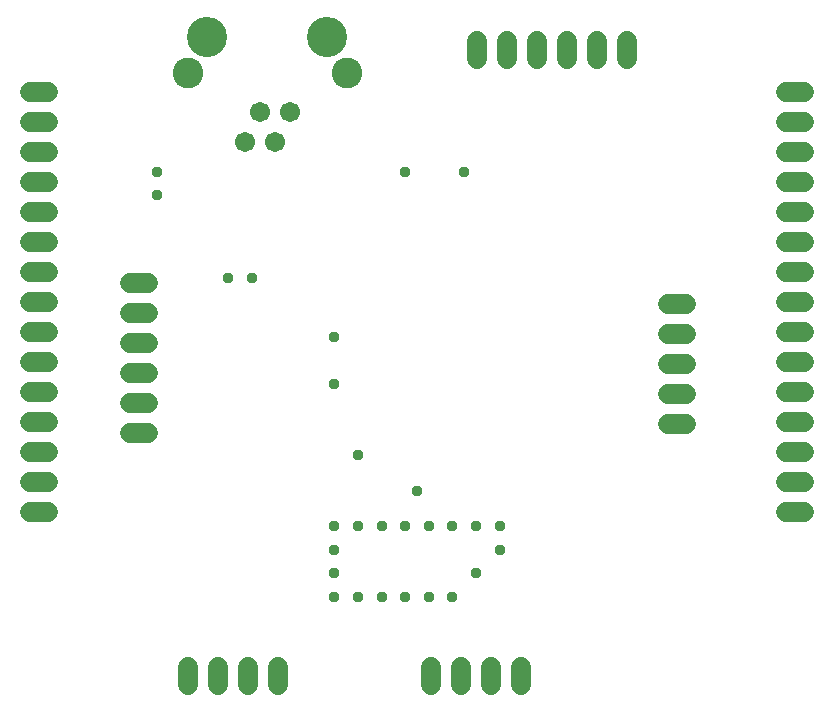
<source format=gbr>
G04 EAGLE Gerber RS-274X export*
G75*
%MOMM*%
%FSLAX34Y34*%
%LPD*%
%INSoldermask Top*%
%IPPOS*%
%AMOC8*
5,1,8,0,0,1.08239X$1,22.5*%
G01*
%ADD10C,1.727200*%
%ADD11C,2.603200*%
%ADD12C,1.703200*%
%ADD13C,3.403200*%
%ADD14C,1.711200*%
%ADD15C,0.959600*%


D10*
X22380Y547800D02*
X37620Y547800D01*
X37620Y522400D02*
X22380Y522400D01*
X22380Y497000D02*
X37620Y497000D01*
X37620Y471600D02*
X22380Y471600D01*
X22380Y446200D02*
X37620Y446200D01*
X37620Y420800D02*
X22380Y420800D01*
X22380Y395400D02*
X37620Y395400D01*
X37620Y370000D02*
X22380Y370000D01*
X22380Y344600D02*
X37620Y344600D01*
X37620Y319200D02*
X22380Y319200D01*
X22380Y293800D02*
X37620Y293800D01*
X37620Y268400D02*
X22380Y268400D01*
X22380Y243000D02*
X37620Y243000D01*
X37620Y217600D02*
X22380Y217600D01*
X22380Y192200D02*
X37620Y192200D01*
X662380Y547800D02*
X677620Y547800D01*
X677620Y522400D02*
X662380Y522400D01*
X662380Y497000D02*
X677620Y497000D01*
X677620Y471600D02*
X662380Y471600D01*
X662380Y446200D02*
X677620Y446200D01*
X677620Y420800D02*
X662380Y420800D01*
X662380Y395400D02*
X677620Y395400D01*
X677620Y370000D02*
X662380Y370000D01*
X662380Y344600D02*
X677620Y344600D01*
X677620Y319200D02*
X662380Y319200D01*
X662380Y293800D02*
X677620Y293800D01*
X677620Y268400D02*
X662380Y268400D01*
X662380Y243000D02*
X677620Y243000D01*
X677620Y217600D02*
X662380Y217600D01*
X662380Y192200D02*
X677620Y192200D01*
X156300Y60720D02*
X156300Y45480D01*
X181700Y45480D02*
X181700Y60720D01*
X207100Y60720D02*
X207100Y45480D01*
X232500Y45480D02*
X232500Y60720D01*
X362000Y60720D02*
X362000Y45480D01*
X387400Y45480D02*
X387400Y60720D01*
X412800Y60720D02*
X412800Y45480D01*
X438200Y45480D02*
X438200Y60720D01*
X400600Y575480D02*
X400600Y590720D01*
X426000Y590720D02*
X426000Y575480D01*
X451400Y575480D02*
X451400Y590720D01*
X476800Y590720D02*
X476800Y575480D01*
X502200Y575480D02*
X502200Y590720D01*
X527600Y590720D02*
X527600Y575480D01*
D11*
X290800Y563200D03*
X155800Y563200D03*
D12*
X242350Y530200D03*
X229650Y504800D03*
X216950Y530200D03*
X204250Y504800D03*
D13*
X274100Y593700D03*
X172500Y593700D03*
D10*
X122320Y385400D02*
X107080Y385400D01*
X107080Y360000D02*
X122320Y360000D01*
X122320Y334600D02*
X107080Y334600D01*
X107080Y309200D02*
X122320Y309200D01*
X122320Y283800D02*
X107080Y283800D01*
X107080Y258400D02*
X122320Y258400D01*
D14*
X562460Y368100D02*
X577540Y368100D01*
X577540Y342700D02*
X562460Y342700D01*
X562460Y266500D02*
X577540Y266500D01*
X577540Y317300D02*
X562460Y317300D01*
X562460Y291900D02*
X577540Y291900D01*
D15*
X280000Y340000D03*
X280000Y300000D03*
X130000Y480000D03*
X130000Y460000D03*
X340000Y480000D03*
X390000Y480000D03*
X280000Y180000D03*
X300000Y180000D03*
X320000Y180000D03*
X340000Y180000D03*
X360000Y180000D03*
X280000Y160000D03*
X280000Y140000D03*
X280000Y120000D03*
X380000Y180000D03*
X300000Y120000D03*
X400000Y180000D03*
X420000Y180000D03*
X420000Y160000D03*
X400000Y140000D03*
X380000Y120000D03*
X360000Y120000D03*
X340000Y120000D03*
X320000Y120000D03*
X190000Y390000D03*
X210000Y390000D03*
X300000Y240000D03*
X350000Y210000D03*
M02*

</source>
